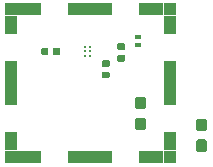
<source format=gbr>
G04 #@! TF.GenerationSoftware,KiCad,Pcbnew,5.1.4+dfsg1-1*
G04 #@! TF.CreationDate,2019-09-19T10:38:50+12:00*
G04 #@! TF.ProjectId,lna,6c6e612e-6b69-4636-9164-5f7063625858,rev?*
G04 #@! TF.SameCoordinates,Original*
G04 #@! TF.FileFunction,Paste,Top*
G04 #@! TF.FilePolarity,Positive*
%FSLAX46Y46*%
G04 Gerber Fmt 4.6, Leading zero omitted, Abs format (unit mm)*
G04 Created by KiCad (PCBNEW 5.1.4+dfsg1-1) date 2019-09-19 10:38:50*
%MOMM*%
%LPD*%
G04 APERTURE LIST*
%ADD10C,0.100000*%
%ADD11C,0.950000*%
%ADD12R,2.130000X1.000000*%
%ADD13R,3.800000X1.000000*%
%ADD14R,1.000000X1.650000*%
%ADD15R,1.000000X3.800000*%
%ADD16R,1.000000X1.000000*%
%ADD17R,0.550000X0.300000*%
%ADD18R,0.250000X0.200000*%
%ADD19C,0.590000*%
G04 APERTURE END LIST*
D10*
G36*
X184385779Y-111501144D02*
G01*
X184408834Y-111504563D01*
X184431443Y-111510227D01*
X184453387Y-111518079D01*
X184474457Y-111528044D01*
X184494448Y-111540026D01*
X184513168Y-111553910D01*
X184530438Y-111569562D01*
X184546090Y-111586832D01*
X184559974Y-111605552D01*
X184571956Y-111625543D01*
X184581921Y-111646613D01*
X184589773Y-111668557D01*
X184595437Y-111691166D01*
X184598856Y-111714221D01*
X184600000Y-111737500D01*
X184600000Y-112312500D01*
X184598856Y-112335779D01*
X184595437Y-112358834D01*
X184589773Y-112381443D01*
X184581921Y-112403387D01*
X184571956Y-112424457D01*
X184559974Y-112444448D01*
X184546090Y-112463168D01*
X184530438Y-112480438D01*
X184513168Y-112496090D01*
X184494448Y-112509974D01*
X184474457Y-112521956D01*
X184453387Y-112531921D01*
X184431443Y-112539773D01*
X184408834Y-112545437D01*
X184385779Y-112548856D01*
X184362500Y-112550000D01*
X183887500Y-112550000D01*
X183864221Y-112548856D01*
X183841166Y-112545437D01*
X183818557Y-112539773D01*
X183796613Y-112531921D01*
X183775543Y-112521956D01*
X183755552Y-112509974D01*
X183736832Y-112496090D01*
X183719562Y-112480438D01*
X183703910Y-112463168D01*
X183690026Y-112444448D01*
X183678044Y-112424457D01*
X183668079Y-112403387D01*
X183660227Y-112381443D01*
X183654563Y-112358834D01*
X183651144Y-112335779D01*
X183650000Y-112312500D01*
X183650000Y-111737500D01*
X183651144Y-111714221D01*
X183654563Y-111691166D01*
X183660227Y-111668557D01*
X183668079Y-111646613D01*
X183678044Y-111625543D01*
X183690026Y-111605552D01*
X183703910Y-111586832D01*
X183719562Y-111569562D01*
X183736832Y-111553910D01*
X183755552Y-111540026D01*
X183775543Y-111528044D01*
X183796613Y-111518079D01*
X183818557Y-111510227D01*
X183841166Y-111504563D01*
X183864221Y-111501144D01*
X183887500Y-111500000D01*
X184362500Y-111500000D01*
X184385779Y-111501144D01*
X184385779Y-111501144D01*
G37*
D11*
X184125000Y-112025000D03*
D10*
G36*
X184385779Y-109751144D02*
G01*
X184408834Y-109754563D01*
X184431443Y-109760227D01*
X184453387Y-109768079D01*
X184474457Y-109778044D01*
X184494448Y-109790026D01*
X184513168Y-109803910D01*
X184530438Y-109819562D01*
X184546090Y-109836832D01*
X184559974Y-109855552D01*
X184571956Y-109875543D01*
X184581921Y-109896613D01*
X184589773Y-109918557D01*
X184595437Y-109941166D01*
X184598856Y-109964221D01*
X184600000Y-109987500D01*
X184600000Y-110562500D01*
X184598856Y-110585779D01*
X184595437Y-110608834D01*
X184589773Y-110631443D01*
X184581921Y-110653387D01*
X184571956Y-110674457D01*
X184559974Y-110694448D01*
X184546090Y-110713168D01*
X184530438Y-110730438D01*
X184513168Y-110746090D01*
X184494448Y-110759974D01*
X184474457Y-110771956D01*
X184453387Y-110781921D01*
X184431443Y-110789773D01*
X184408834Y-110795437D01*
X184385779Y-110798856D01*
X184362500Y-110800000D01*
X183887500Y-110800000D01*
X183864221Y-110798856D01*
X183841166Y-110795437D01*
X183818557Y-110789773D01*
X183796613Y-110781921D01*
X183775543Y-110771956D01*
X183755552Y-110759974D01*
X183736832Y-110746090D01*
X183719562Y-110730438D01*
X183703910Y-110713168D01*
X183690026Y-110694448D01*
X183678044Y-110674457D01*
X183668079Y-110653387D01*
X183660227Y-110631443D01*
X183654563Y-110608834D01*
X183651144Y-110585779D01*
X183650000Y-110562500D01*
X183650000Y-109987500D01*
X183651144Y-109964221D01*
X183654563Y-109941166D01*
X183660227Y-109918557D01*
X183668079Y-109896613D01*
X183678044Y-109875543D01*
X183690026Y-109855552D01*
X183703910Y-109836832D01*
X183719562Y-109819562D01*
X183736832Y-109803910D01*
X183755552Y-109790026D01*
X183775543Y-109778044D01*
X183796613Y-109768079D01*
X183818557Y-109760227D01*
X183841166Y-109754563D01*
X183864221Y-109751144D01*
X183887500Y-109750000D01*
X184362500Y-109750000D01*
X184385779Y-109751144D01*
X184385779Y-109751144D01*
G37*
D11*
X184125000Y-110275000D03*
D10*
G36*
X189560779Y-113351144D02*
G01*
X189583834Y-113354563D01*
X189606443Y-113360227D01*
X189628387Y-113368079D01*
X189649457Y-113378044D01*
X189669448Y-113390026D01*
X189688168Y-113403910D01*
X189705438Y-113419562D01*
X189721090Y-113436832D01*
X189734974Y-113455552D01*
X189746956Y-113475543D01*
X189756921Y-113496613D01*
X189764773Y-113518557D01*
X189770437Y-113541166D01*
X189773856Y-113564221D01*
X189775000Y-113587500D01*
X189775000Y-114162500D01*
X189773856Y-114185779D01*
X189770437Y-114208834D01*
X189764773Y-114231443D01*
X189756921Y-114253387D01*
X189746956Y-114274457D01*
X189734974Y-114294448D01*
X189721090Y-114313168D01*
X189705438Y-114330438D01*
X189688168Y-114346090D01*
X189669448Y-114359974D01*
X189649457Y-114371956D01*
X189628387Y-114381921D01*
X189606443Y-114389773D01*
X189583834Y-114395437D01*
X189560779Y-114398856D01*
X189537500Y-114400000D01*
X189062500Y-114400000D01*
X189039221Y-114398856D01*
X189016166Y-114395437D01*
X188993557Y-114389773D01*
X188971613Y-114381921D01*
X188950543Y-114371956D01*
X188930552Y-114359974D01*
X188911832Y-114346090D01*
X188894562Y-114330438D01*
X188878910Y-114313168D01*
X188865026Y-114294448D01*
X188853044Y-114274457D01*
X188843079Y-114253387D01*
X188835227Y-114231443D01*
X188829563Y-114208834D01*
X188826144Y-114185779D01*
X188825000Y-114162500D01*
X188825000Y-113587500D01*
X188826144Y-113564221D01*
X188829563Y-113541166D01*
X188835227Y-113518557D01*
X188843079Y-113496613D01*
X188853044Y-113475543D01*
X188865026Y-113455552D01*
X188878910Y-113436832D01*
X188894562Y-113419562D01*
X188911832Y-113403910D01*
X188930552Y-113390026D01*
X188950543Y-113378044D01*
X188971613Y-113368079D01*
X188993557Y-113360227D01*
X189016166Y-113354563D01*
X189039221Y-113351144D01*
X189062500Y-113350000D01*
X189537500Y-113350000D01*
X189560779Y-113351144D01*
X189560779Y-113351144D01*
G37*
D11*
X189300000Y-113875000D03*
D10*
G36*
X189560779Y-111601144D02*
G01*
X189583834Y-111604563D01*
X189606443Y-111610227D01*
X189628387Y-111618079D01*
X189649457Y-111628044D01*
X189669448Y-111640026D01*
X189688168Y-111653910D01*
X189705438Y-111669562D01*
X189721090Y-111686832D01*
X189734974Y-111705552D01*
X189746956Y-111725543D01*
X189756921Y-111746613D01*
X189764773Y-111768557D01*
X189770437Y-111791166D01*
X189773856Y-111814221D01*
X189775000Y-111837500D01*
X189775000Y-112412500D01*
X189773856Y-112435779D01*
X189770437Y-112458834D01*
X189764773Y-112481443D01*
X189756921Y-112503387D01*
X189746956Y-112524457D01*
X189734974Y-112544448D01*
X189721090Y-112563168D01*
X189705438Y-112580438D01*
X189688168Y-112596090D01*
X189669448Y-112609974D01*
X189649457Y-112621956D01*
X189628387Y-112631921D01*
X189606443Y-112639773D01*
X189583834Y-112645437D01*
X189560779Y-112648856D01*
X189537500Y-112650000D01*
X189062500Y-112650000D01*
X189039221Y-112648856D01*
X189016166Y-112645437D01*
X188993557Y-112639773D01*
X188971613Y-112631921D01*
X188950543Y-112621956D01*
X188930552Y-112609974D01*
X188911832Y-112596090D01*
X188894562Y-112580438D01*
X188878910Y-112563168D01*
X188865026Y-112544448D01*
X188853044Y-112524457D01*
X188843079Y-112503387D01*
X188835227Y-112481443D01*
X188829563Y-112458834D01*
X188826144Y-112435779D01*
X188825000Y-112412500D01*
X188825000Y-111837500D01*
X188826144Y-111814221D01*
X188829563Y-111791166D01*
X188835227Y-111768557D01*
X188843079Y-111746613D01*
X188853044Y-111725543D01*
X188865026Y-111705552D01*
X188878910Y-111686832D01*
X188894562Y-111669562D01*
X188911832Y-111653910D01*
X188930552Y-111640026D01*
X188950543Y-111628044D01*
X188971613Y-111618079D01*
X188993557Y-111610227D01*
X189016166Y-111604563D01*
X189039221Y-111601144D01*
X189062500Y-111600000D01*
X189537500Y-111600000D01*
X189560779Y-111601144D01*
X189560779Y-111601144D01*
G37*
D11*
X189300000Y-112125000D03*
D12*
X185065000Y-102350000D03*
X185065000Y-114850000D03*
D13*
X179900000Y-102350000D03*
X179900000Y-114850000D03*
D12*
X174735000Y-102350000D03*
X174735000Y-114850000D03*
D14*
X186630000Y-103675000D03*
X173170000Y-103675000D03*
D15*
X186630000Y-108600000D03*
X173170000Y-108600000D03*
D14*
X186630000Y-113525000D03*
X173170000Y-113525000D03*
D16*
X186630000Y-114850000D03*
X186630000Y-102350000D03*
X173170000Y-102350000D03*
X173170000Y-114850000D03*
D17*
X183900000Y-105325000D03*
X183900000Y-104675000D03*
D18*
X179900000Y-105500000D03*
X179450000Y-105500000D03*
X179900000Y-105900000D03*
X179450000Y-105900000D03*
X179900000Y-106300000D03*
X179450000Y-106300000D03*
D10*
G36*
X182686958Y-105205710D02*
G01*
X182701276Y-105207834D01*
X182715317Y-105211351D01*
X182728946Y-105216228D01*
X182742031Y-105222417D01*
X182754447Y-105229858D01*
X182766073Y-105238481D01*
X182776798Y-105248202D01*
X182786519Y-105258927D01*
X182795142Y-105270553D01*
X182802583Y-105282969D01*
X182808772Y-105296054D01*
X182813649Y-105309683D01*
X182817166Y-105323724D01*
X182819290Y-105338042D01*
X182820000Y-105352500D01*
X182820000Y-105647500D01*
X182819290Y-105661958D01*
X182817166Y-105676276D01*
X182813649Y-105690317D01*
X182808772Y-105703946D01*
X182802583Y-105717031D01*
X182795142Y-105729447D01*
X182786519Y-105741073D01*
X182776798Y-105751798D01*
X182766073Y-105761519D01*
X182754447Y-105770142D01*
X182742031Y-105777583D01*
X182728946Y-105783772D01*
X182715317Y-105788649D01*
X182701276Y-105792166D01*
X182686958Y-105794290D01*
X182672500Y-105795000D01*
X182327500Y-105795000D01*
X182313042Y-105794290D01*
X182298724Y-105792166D01*
X182284683Y-105788649D01*
X182271054Y-105783772D01*
X182257969Y-105777583D01*
X182245553Y-105770142D01*
X182233927Y-105761519D01*
X182223202Y-105751798D01*
X182213481Y-105741073D01*
X182204858Y-105729447D01*
X182197417Y-105717031D01*
X182191228Y-105703946D01*
X182186351Y-105690317D01*
X182182834Y-105676276D01*
X182180710Y-105661958D01*
X182180000Y-105647500D01*
X182180000Y-105352500D01*
X182180710Y-105338042D01*
X182182834Y-105323724D01*
X182186351Y-105309683D01*
X182191228Y-105296054D01*
X182197417Y-105282969D01*
X182204858Y-105270553D01*
X182213481Y-105258927D01*
X182223202Y-105248202D01*
X182233927Y-105238481D01*
X182245553Y-105229858D01*
X182257969Y-105222417D01*
X182271054Y-105216228D01*
X182284683Y-105211351D01*
X182298724Y-105207834D01*
X182313042Y-105205710D01*
X182327500Y-105205000D01*
X182672500Y-105205000D01*
X182686958Y-105205710D01*
X182686958Y-105205710D01*
G37*
D19*
X182500000Y-105500000D03*
D10*
G36*
X182686958Y-106175710D02*
G01*
X182701276Y-106177834D01*
X182715317Y-106181351D01*
X182728946Y-106186228D01*
X182742031Y-106192417D01*
X182754447Y-106199858D01*
X182766073Y-106208481D01*
X182776798Y-106218202D01*
X182786519Y-106228927D01*
X182795142Y-106240553D01*
X182802583Y-106252969D01*
X182808772Y-106266054D01*
X182813649Y-106279683D01*
X182817166Y-106293724D01*
X182819290Y-106308042D01*
X182820000Y-106322500D01*
X182820000Y-106617500D01*
X182819290Y-106631958D01*
X182817166Y-106646276D01*
X182813649Y-106660317D01*
X182808772Y-106673946D01*
X182802583Y-106687031D01*
X182795142Y-106699447D01*
X182786519Y-106711073D01*
X182776798Y-106721798D01*
X182766073Y-106731519D01*
X182754447Y-106740142D01*
X182742031Y-106747583D01*
X182728946Y-106753772D01*
X182715317Y-106758649D01*
X182701276Y-106762166D01*
X182686958Y-106764290D01*
X182672500Y-106765000D01*
X182327500Y-106765000D01*
X182313042Y-106764290D01*
X182298724Y-106762166D01*
X182284683Y-106758649D01*
X182271054Y-106753772D01*
X182257969Y-106747583D01*
X182245553Y-106740142D01*
X182233927Y-106731519D01*
X182223202Y-106721798D01*
X182213481Y-106711073D01*
X182204858Y-106699447D01*
X182197417Y-106687031D01*
X182191228Y-106673946D01*
X182186351Y-106660317D01*
X182182834Y-106646276D01*
X182180710Y-106631958D01*
X182180000Y-106617500D01*
X182180000Y-106322500D01*
X182180710Y-106308042D01*
X182182834Y-106293724D01*
X182186351Y-106279683D01*
X182191228Y-106266054D01*
X182197417Y-106252969D01*
X182204858Y-106240553D01*
X182213481Y-106228927D01*
X182223202Y-106218202D01*
X182233927Y-106208481D01*
X182245553Y-106199858D01*
X182257969Y-106192417D01*
X182271054Y-106186228D01*
X182284683Y-106181351D01*
X182298724Y-106177834D01*
X182313042Y-106175710D01*
X182327500Y-106175000D01*
X182672500Y-106175000D01*
X182686958Y-106175710D01*
X182686958Y-106175710D01*
G37*
D19*
X182500000Y-106470000D03*
D10*
G36*
X177176958Y-105580710D02*
G01*
X177191276Y-105582834D01*
X177205317Y-105586351D01*
X177218946Y-105591228D01*
X177232031Y-105597417D01*
X177244447Y-105604858D01*
X177256073Y-105613481D01*
X177266798Y-105623202D01*
X177276519Y-105633927D01*
X177285142Y-105645553D01*
X177292583Y-105657969D01*
X177298772Y-105671054D01*
X177303649Y-105684683D01*
X177307166Y-105698724D01*
X177309290Y-105713042D01*
X177310000Y-105727500D01*
X177310000Y-106072500D01*
X177309290Y-106086958D01*
X177307166Y-106101276D01*
X177303649Y-106115317D01*
X177298772Y-106128946D01*
X177292583Y-106142031D01*
X177285142Y-106154447D01*
X177276519Y-106166073D01*
X177266798Y-106176798D01*
X177256073Y-106186519D01*
X177244447Y-106195142D01*
X177232031Y-106202583D01*
X177218946Y-106208772D01*
X177205317Y-106213649D01*
X177191276Y-106217166D01*
X177176958Y-106219290D01*
X177162500Y-106220000D01*
X176867500Y-106220000D01*
X176853042Y-106219290D01*
X176838724Y-106217166D01*
X176824683Y-106213649D01*
X176811054Y-106208772D01*
X176797969Y-106202583D01*
X176785553Y-106195142D01*
X176773927Y-106186519D01*
X176763202Y-106176798D01*
X176753481Y-106166073D01*
X176744858Y-106154447D01*
X176737417Y-106142031D01*
X176731228Y-106128946D01*
X176726351Y-106115317D01*
X176722834Y-106101276D01*
X176720710Y-106086958D01*
X176720000Y-106072500D01*
X176720000Y-105727500D01*
X176720710Y-105713042D01*
X176722834Y-105698724D01*
X176726351Y-105684683D01*
X176731228Y-105671054D01*
X176737417Y-105657969D01*
X176744858Y-105645553D01*
X176753481Y-105633927D01*
X176763202Y-105623202D01*
X176773927Y-105613481D01*
X176785553Y-105604858D01*
X176797969Y-105597417D01*
X176811054Y-105591228D01*
X176824683Y-105586351D01*
X176838724Y-105582834D01*
X176853042Y-105580710D01*
X176867500Y-105580000D01*
X177162500Y-105580000D01*
X177176958Y-105580710D01*
X177176958Y-105580710D01*
G37*
D19*
X177015000Y-105900000D03*
D10*
G36*
X176206958Y-105580710D02*
G01*
X176221276Y-105582834D01*
X176235317Y-105586351D01*
X176248946Y-105591228D01*
X176262031Y-105597417D01*
X176274447Y-105604858D01*
X176286073Y-105613481D01*
X176296798Y-105623202D01*
X176306519Y-105633927D01*
X176315142Y-105645553D01*
X176322583Y-105657969D01*
X176328772Y-105671054D01*
X176333649Y-105684683D01*
X176337166Y-105698724D01*
X176339290Y-105713042D01*
X176340000Y-105727500D01*
X176340000Y-106072500D01*
X176339290Y-106086958D01*
X176337166Y-106101276D01*
X176333649Y-106115317D01*
X176328772Y-106128946D01*
X176322583Y-106142031D01*
X176315142Y-106154447D01*
X176306519Y-106166073D01*
X176296798Y-106176798D01*
X176286073Y-106186519D01*
X176274447Y-106195142D01*
X176262031Y-106202583D01*
X176248946Y-106208772D01*
X176235317Y-106213649D01*
X176221276Y-106217166D01*
X176206958Y-106219290D01*
X176192500Y-106220000D01*
X175897500Y-106220000D01*
X175883042Y-106219290D01*
X175868724Y-106217166D01*
X175854683Y-106213649D01*
X175841054Y-106208772D01*
X175827969Y-106202583D01*
X175815553Y-106195142D01*
X175803927Y-106186519D01*
X175793202Y-106176798D01*
X175783481Y-106166073D01*
X175774858Y-106154447D01*
X175767417Y-106142031D01*
X175761228Y-106128946D01*
X175756351Y-106115317D01*
X175752834Y-106101276D01*
X175750710Y-106086958D01*
X175750000Y-106072500D01*
X175750000Y-105727500D01*
X175750710Y-105713042D01*
X175752834Y-105698724D01*
X175756351Y-105684683D01*
X175761228Y-105671054D01*
X175767417Y-105657969D01*
X175774858Y-105645553D01*
X175783481Y-105633927D01*
X175793202Y-105623202D01*
X175803927Y-105613481D01*
X175815553Y-105604858D01*
X175827969Y-105597417D01*
X175841054Y-105591228D01*
X175854683Y-105586351D01*
X175868724Y-105582834D01*
X175883042Y-105580710D01*
X175897500Y-105580000D01*
X176192500Y-105580000D01*
X176206958Y-105580710D01*
X176206958Y-105580710D01*
G37*
D19*
X176045000Y-105900000D03*
D10*
G36*
X181386958Y-106635710D02*
G01*
X181401276Y-106637834D01*
X181415317Y-106641351D01*
X181428946Y-106646228D01*
X181442031Y-106652417D01*
X181454447Y-106659858D01*
X181466073Y-106668481D01*
X181476798Y-106678202D01*
X181486519Y-106688927D01*
X181495142Y-106700553D01*
X181502583Y-106712969D01*
X181508772Y-106726054D01*
X181513649Y-106739683D01*
X181517166Y-106753724D01*
X181519290Y-106768042D01*
X181520000Y-106782500D01*
X181520000Y-107077500D01*
X181519290Y-107091958D01*
X181517166Y-107106276D01*
X181513649Y-107120317D01*
X181508772Y-107133946D01*
X181502583Y-107147031D01*
X181495142Y-107159447D01*
X181486519Y-107171073D01*
X181476798Y-107181798D01*
X181466073Y-107191519D01*
X181454447Y-107200142D01*
X181442031Y-107207583D01*
X181428946Y-107213772D01*
X181415317Y-107218649D01*
X181401276Y-107222166D01*
X181386958Y-107224290D01*
X181372500Y-107225000D01*
X181027500Y-107225000D01*
X181013042Y-107224290D01*
X180998724Y-107222166D01*
X180984683Y-107218649D01*
X180971054Y-107213772D01*
X180957969Y-107207583D01*
X180945553Y-107200142D01*
X180933927Y-107191519D01*
X180923202Y-107181798D01*
X180913481Y-107171073D01*
X180904858Y-107159447D01*
X180897417Y-107147031D01*
X180891228Y-107133946D01*
X180886351Y-107120317D01*
X180882834Y-107106276D01*
X180880710Y-107091958D01*
X180880000Y-107077500D01*
X180880000Y-106782500D01*
X180880710Y-106768042D01*
X180882834Y-106753724D01*
X180886351Y-106739683D01*
X180891228Y-106726054D01*
X180897417Y-106712969D01*
X180904858Y-106700553D01*
X180913481Y-106688927D01*
X180923202Y-106678202D01*
X180933927Y-106668481D01*
X180945553Y-106659858D01*
X180957969Y-106652417D01*
X180971054Y-106646228D01*
X180984683Y-106641351D01*
X180998724Y-106637834D01*
X181013042Y-106635710D01*
X181027500Y-106635000D01*
X181372500Y-106635000D01*
X181386958Y-106635710D01*
X181386958Y-106635710D01*
G37*
D19*
X181200000Y-106930000D03*
D10*
G36*
X181386958Y-107605710D02*
G01*
X181401276Y-107607834D01*
X181415317Y-107611351D01*
X181428946Y-107616228D01*
X181442031Y-107622417D01*
X181454447Y-107629858D01*
X181466073Y-107638481D01*
X181476798Y-107648202D01*
X181486519Y-107658927D01*
X181495142Y-107670553D01*
X181502583Y-107682969D01*
X181508772Y-107696054D01*
X181513649Y-107709683D01*
X181517166Y-107723724D01*
X181519290Y-107738042D01*
X181520000Y-107752500D01*
X181520000Y-108047500D01*
X181519290Y-108061958D01*
X181517166Y-108076276D01*
X181513649Y-108090317D01*
X181508772Y-108103946D01*
X181502583Y-108117031D01*
X181495142Y-108129447D01*
X181486519Y-108141073D01*
X181476798Y-108151798D01*
X181466073Y-108161519D01*
X181454447Y-108170142D01*
X181442031Y-108177583D01*
X181428946Y-108183772D01*
X181415317Y-108188649D01*
X181401276Y-108192166D01*
X181386958Y-108194290D01*
X181372500Y-108195000D01*
X181027500Y-108195000D01*
X181013042Y-108194290D01*
X180998724Y-108192166D01*
X180984683Y-108188649D01*
X180971054Y-108183772D01*
X180957969Y-108177583D01*
X180945553Y-108170142D01*
X180933927Y-108161519D01*
X180923202Y-108151798D01*
X180913481Y-108141073D01*
X180904858Y-108129447D01*
X180897417Y-108117031D01*
X180891228Y-108103946D01*
X180886351Y-108090317D01*
X180882834Y-108076276D01*
X180880710Y-108061958D01*
X180880000Y-108047500D01*
X180880000Y-107752500D01*
X180880710Y-107738042D01*
X180882834Y-107723724D01*
X180886351Y-107709683D01*
X180891228Y-107696054D01*
X180897417Y-107682969D01*
X180904858Y-107670553D01*
X180913481Y-107658927D01*
X180923202Y-107648202D01*
X180933927Y-107638481D01*
X180945553Y-107629858D01*
X180957969Y-107622417D01*
X180971054Y-107616228D01*
X180984683Y-107611351D01*
X180998724Y-107607834D01*
X181013042Y-107605710D01*
X181027500Y-107605000D01*
X181372500Y-107605000D01*
X181386958Y-107605710D01*
X181386958Y-107605710D01*
G37*
D19*
X181200000Y-107900000D03*
M02*

</source>
